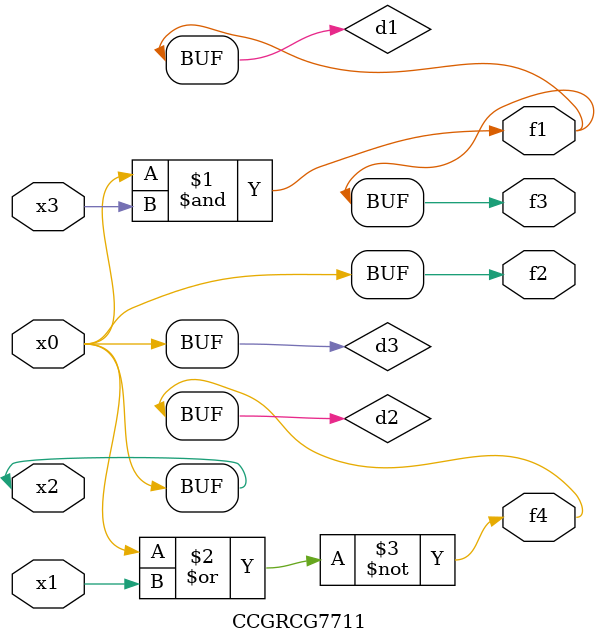
<source format=v>
module CCGRCG7711(
	input x0, x1, x2, x3,
	output f1, f2, f3, f4
);

	wire d1, d2, d3;

	and (d1, x2, x3);
	nor (d2, x0, x1);
	buf (d3, x0, x2);
	assign f1 = d1;
	assign f2 = d3;
	assign f3 = d1;
	assign f4 = d2;
endmodule

</source>
